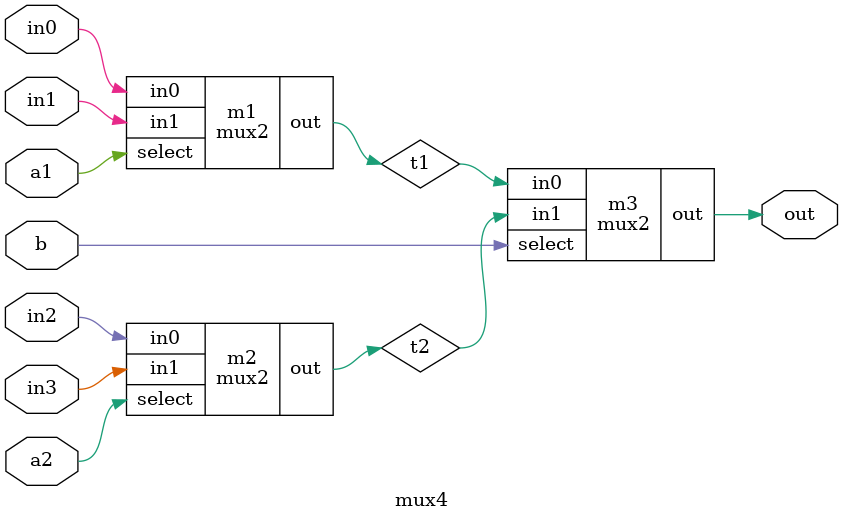
<source format=v>
/* 2to1 mux*/
module mux2 (in0, in1, select, out);

input in0,in1,select;  
output out;
wire s0,w0,w1; 

not n1 (s0, select);
and a1 (w0, s0, in0);
and a2 (w1, select, in1);
or g3	(out, w0, w1); 

endmodule

/* 4to1 mux */
module mux4 (out, a1, a2, b, in0, in1, in2, in3);

input a1, a2, b, in0, in1, in2, in3;
output out;
wire t1, t2;

mux2 m1 (in0, in1, a1, t1);
mux2 m2 (in2, in3, a2, t2);
mux2 m3 (t1, t2, b, out);

endmodule

</source>
